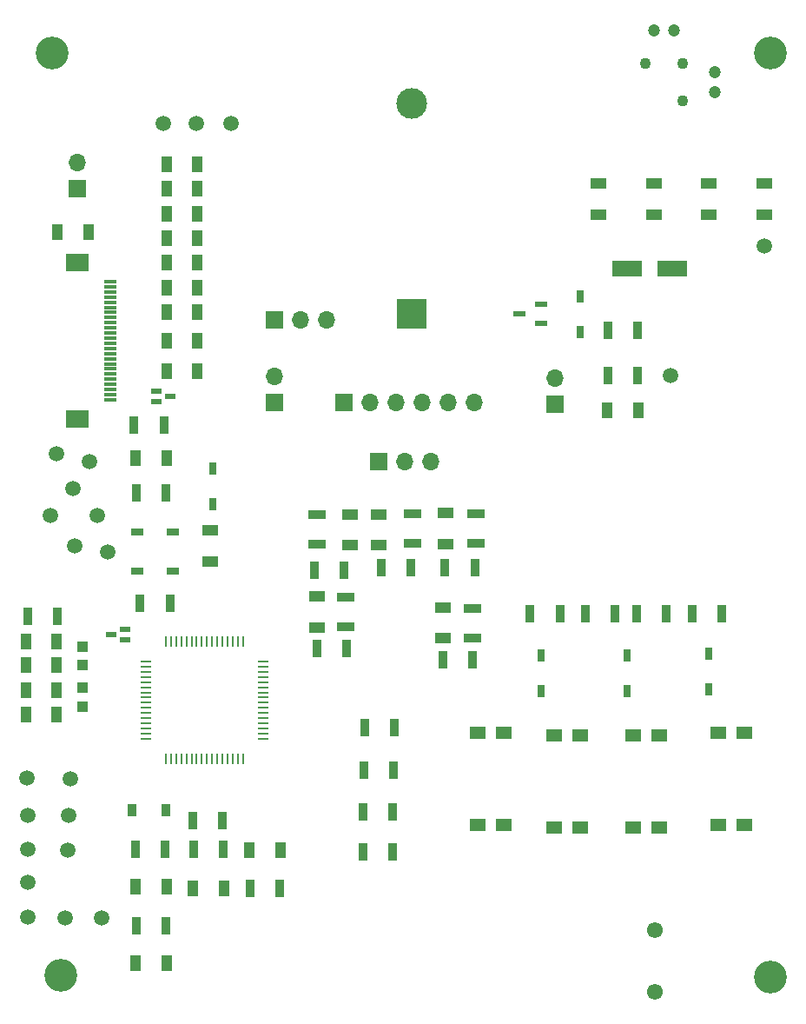
<source format=gbr>
G04 #@! TF.FileFunction,Soldermask,Top*
%FSLAX46Y46*%
G04 Gerber Fmt 4.6, Leading zero omitted, Abs format (unit mm)*
G04 Created by KiCad (PCBNEW 4.0.7) date Thu Feb 22 22:50:24 2018*
%MOMM*%
%LPD*%
G01*
G04 APERTURE LIST*
%ADD10C,0.100000*%
%ADD11C,3.200000*%
%ADD12C,3.000000*%
%ADD13R,3.000000X3.000000*%
%ADD14R,1.000000X1.600000*%
%ADD15R,3.000000X1.600000*%
%ADD16C,1.100000*%
%ADD17R,1.500000X1.300000*%
%ADD18R,1.300000X0.300000*%
%ADD19R,2.200000X1.800000*%
%ADD20R,1.300000X0.600000*%
%ADD21C,1.500000*%
%ADD22R,1.000000X0.250000*%
%ADD23R,0.250000X1.000000*%
%ADD24R,1.100000X1.050000*%
%ADD25R,0.800000X1.150000*%
%ADD26R,1.150000X0.800000*%
%ADD27C,1.550000*%
%ADD28R,1.100000X0.500000*%
%ADD29R,0.900000X1.700000*%
%ADD30R,1.600000X1.000000*%
%ADD31R,1.700000X0.900000*%
%ADD32R,1.700000X1.700000*%
%ADD33O,1.700000X1.700000*%
%ADD34C,1.200000*%
%ADD35R,0.900000X1.200000*%
G04 APERTURE END LIST*
D10*
D11*
X118200000Y-116600000D03*
X49000000Y-116400000D03*
X118200000Y-26600000D03*
D12*
X83200000Y-31510000D03*
D13*
X83200000Y-52000000D03*
D14*
X56300000Y-115200000D03*
X59300000Y-115200000D03*
X59300000Y-107800000D03*
X56300000Y-107800000D03*
X64900000Y-107900000D03*
X61900000Y-107900000D03*
X70400000Y-104200000D03*
X67400000Y-104200000D03*
D15*
X104200000Y-47600000D03*
X108600000Y-47600000D03*
D16*
X106003950Y-27603950D03*
X109596050Y-27603950D03*
X109596050Y-31196050D03*
D17*
X89630000Y-101800000D03*
X92170000Y-101800000D03*
X92170000Y-92800000D03*
X89630000Y-92800000D03*
X97130000Y-102000000D03*
X99670000Y-102000000D03*
X99670000Y-93000000D03*
X97130000Y-93000000D03*
D18*
X53850000Y-48850000D03*
X53850000Y-49350000D03*
X53850000Y-49850000D03*
X53850000Y-50350000D03*
X53850000Y-50850000D03*
X53850000Y-51350000D03*
X53850000Y-51850000D03*
X53850000Y-52350000D03*
X53850000Y-52850000D03*
X53850000Y-53350000D03*
X53850000Y-53850000D03*
X53850000Y-54350000D03*
X53850000Y-54850000D03*
X53850000Y-55350000D03*
X53850000Y-55850000D03*
X53850000Y-56350000D03*
X53850000Y-56850000D03*
X53850000Y-57350000D03*
X53850000Y-57850000D03*
X53850000Y-58350000D03*
X53850000Y-58850000D03*
X53850000Y-59350000D03*
X53850000Y-59850000D03*
X53850000Y-60350000D03*
D19*
X50600000Y-46950000D03*
X50600000Y-62250000D03*
D20*
X95850000Y-52950000D03*
X95850000Y-51050000D03*
X93750000Y-52000000D03*
D21*
X59000000Y-33400000D03*
X62200000Y-33400000D03*
X65600000Y-33400000D03*
X45750000Y-107350000D03*
X45750000Y-104150000D03*
X45750000Y-100850000D03*
X49400000Y-110800000D03*
X45750000Y-110750000D03*
X45700000Y-97200000D03*
X117600000Y-45400000D03*
X49800000Y-100800000D03*
X108400000Y-58000000D03*
X49900000Y-97300000D03*
X49700000Y-104200000D03*
X53000000Y-110800000D03*
D22*
X57300000Y-85850000D03*
X57300000Y-86350000D03*
X57300000Y-86850000D03*
X57300000Y-87350000D03*
X57300000Y-87850000D03*
X57300000Y-88350000D03*
X57300000Y-88850000D03*
X57300000Y-89350000D03*
X57300000Y-89850000D03*
X57300000Y-90350000D03*
X57300000Y-90850000D03*
X57300000Y-91350000D03*
X57300000Y-91850000D03*
X57300000Y-92350000D03*
X57300000Y-92850000D03*
X57300000Y-93350000D03*
D23*
X59250000Y-95300000D03*
X59750000Y-95300000D03*
X60250000Y-95300000D03*
X60750000Y-95300000D03*
X61250000Y-95300000D03*
X61750000Y-95300000D03*
X62250000Y-95300000D03*
X62750000Y-95300000D03*
X63250000Y-95300000D03*
X63750000Y-95300000D03*
X64250000Y-95300000D03*
X64750000Y-95300000D03*
X65250000Y-95300000D03*
X65750000Y-95300000D03*
X66250000Y-95300000D03*
X66750000Y-95300000D03*
D22*
X68700000Y-93350000D03*
X68700000Y-92850000D03*
X68700000Y-92350000D03*
X68700000Y-91850000D03*
X68700000Y-91350000D03*
X68700000Y-90850000D03*
X68700000Y-90350000D03*
X68700000Y-89850000D03*
X68700000Y-89350000D03*
X68700000Y-88850000D03*
X68700000Y-88350000D03*
X68700000Y-87850000D03*
X68700000Y-87350000D03*
X68700000Y-86850000D03*
X68700000Y-86350000D03*
X68700000Y-85850000D03*
D23*
X66750000Y-83900000D03*
X66250000Y-83900000D03*
X65750000Y-83900000D03*
X65250000Y-83900000D03*
X64750000Y-83900000D03*
X64250000Y-83900000D03*
X63750000Y-83900000D03*
X63250000Y-83900000D03*
X62750000Y-83900000D03*
X62250000Y-83900000D03*
X61750000Y-83900000D03*
X61250000Y-83900000D03*
X60750000Y-83900000D03*
X60250000Y-83900000D03*
X59750000Y-83900000D03*
X59250000Y-83900000D03*
D24*
X51100000Y-88375000D03*
X51100000Y-90225000D03*
X51100000Y-84375000D03*
X51100000Y-86225000D03*
D25*
X99600000Y-50250000D03*
X99600000Y-53750000D03*
X63800000Y-67050000D03*
X63800000Y-70550000D03*
D26*
X59950000Y-77000000D03*
X56450000Y-77000000D03*
X56450000Y-73200000D03*
X59950000Y-73200000D03*
D25*
X95800000Y-85250000D03*
X95800000Y-88750000D03*
X104200000Y-85250000D03*
X104200000Y-88750000D03*
X112200000Y-85050000D03*
X112200000Y-88550000D03*
D17*
X104830000Y-102000000D03*
X107370000Y-102000000D03*
X107370000Y-93000000D03*
X104830000Y-93000000D03*
X113130000Y-101800000D03*
X115670000Y-101800000D03*
X115670000Y-92800000D03*
X113130000Y-92800000D03*
D27*
X106900000Y-118000000D03*
X106900000Y-112000000D03*
D28*
X58350000Y-59500000D03*
X58350000Y-60500000D03*
X59650000Y-60000000D03*
X55250000Y-83700000D03*
X55250000Y-82700000D03*
X53950000Y-83200000D03*
D29*
X81450000Y-96400000D03*
X78550000Y-96400000D03*
X81550000Y-92300000D03*
X78650000Y-92300000D03*
X100150000Y-81200000D03*
X103050000Y-81200000D03*
X105150000Y-81200000D03*
X108050000Y-81200000D03*
X110550000Y-81200000D03*
X113450000Y-81200000D03*
X94750000Y-81200000D03*
X97650000Y-81200000D03*
D30*
X101400000Y-42300000D03*
X101400000Y-39300000D03*
X106800000Y-42300000D03*
X106800000Y-39300000D03*
X112200000Y-42300000D03*
X112200000Y-39300000D03*
X117600000Y-42300000D03*
X117600000Y-39300000D03*
X74000000Y-79500000D03*
X74000000Y-82500000D03*
D14*
X48700000Y-44000000D03*
X51700000Y-44000000D03*
D30*
X63600000Y-73100000D03*
X63600000Y-76100000D03*
X77200000Y-71500000D03*
X77200000Y-74500000D03*
D14*
X62300000Y-51800000D03*
X59300000Y-51800000D03*
X62300000Y-47000000D03*
X59300000Y-47000000D03*
D30*
X80000000Y-71500000D03*
X80000000Y-74500000D03*
D14*
X62300000Y-42200000D03*
X59300000Y-42200000D03*
X62300000Y-37400000D03*
X59300000Y-37400000D03*
X62300000Y-57600000D03*
X59300000Y-57600000D03*
D30*
X86500000Y-71400000D03*
X86500000Y-74400000D03*
D14*
X56300000Y-66000000D03*
X59300000Y-66000000D03*
X59300000Y-39800000D03*
X62300000Y-39800000D03*
X59300000Y-44600000D03*
X62300000Y-44600000D03*
X59300000Y-49400000D03*
X62300000Y-49400000D03*
X59300000Y-54600000D03*
X62300000Y-54600000D03*
D30*
X86300000Y-80600000D03*
X86300000Y-83600000D03*
D14*
X45600000Y-88600000D03*
X48600000Y-88600000D03*
X45600000Y-91000000D03*
X48600000Y-91000000D03*
X45600000Y-83900000D03*
X48600000Y-83900000D03*
X102300000Y-61400000D03*
X105300000Y-61400000D03*
X45600000Y-86200000D03*
X48600000Y-86200000D03*
D29*
X59250000Y-111600000D03*
X56350000Y-111600000D03*
X59150000Y-104100000D03*
X56250000Y-104100000D03*
X70350000Y-107900000D03*
X67450000Y-107900000D03*
X64850000Y-104100000D03*
X61950000Y-104100000D03*
X61850000Y-101300000D03*
X64750000Y-101300000D03*
X102350000Y-53600000D03*
X105250000Y-53600000D03*
X81350000Y-104400000D03*
X78450000Y-104400000D03*
X81350000Y-100500000D03*
X78450000Y-100500000D03*
D31*
X76800000Y-79550000D03*
X76800000Y-82450000D03*
D29*
X76850000Y-84600000D03*
X73950000Y-84600000D03*
X59250000Y-69400000D03*
X56350000Y-69400000D03*
X59050000Y-62800000D03*
X56150000Y-62800000D03*
D31*
X74000000Y-71550000D03*
X74000000Y-74450000D03*
D29*
X73735001Y-76975000D03*
X76635001Y-76975000D03*
X45750000Y-81400000D03*
X48650000Y-81400000D03*
D31*
X83300000Y-71450000D03*
X83300000Y-74350000D03*
D29*
X83150000Y-76700000D03*
X80250000Y-76700000D03*
D31*
X89500000Y-71450000D03*
X89500000Y-74350000D03*
D29*
X89350000Y-76700000D03*
X86450000Y-76700000D03*
D31*
X89100000Y-80650000D03*
X89100000Y-83550000D03*
D29*
X89150000Y-85700000D03*
X86250000Y-85700000D03*
X105250000Y-58000000D03*
X102350000Y-58000000D03*
D32*
X76600000Y-60600000D03*
D33*
X79140000Y-60600000D03*
X81680000Y-60600000D03*
X84220000Y-60600000D03*
X86760000Y-60600000D03*
X89300000Y-60600000D03*
D32*
X80000000Y-66400000D03*
D33*
X82540000Y-66400000D03*
X85080000Y-66400000D03*
D32*
X97200000Y-60800000D03*
D33*
X97200000Y-58260000D03*
D32*
X69800000Y-60600000D03*
D33*
X69800000Y-58060000D03*
D32*
X69800000Y-52600000D03*
D33*
X72340000Y-52600000D03*
X74880000Y-52600000D03*
D32*
X50600000Y-39800000D03*
D33*
X50600000Y-37260000D03*
D34*
X106800000Y-24400000D03*
X108800000Y-24400000D03*
X112800000Y-28400000D03*
X112800000Y-30400000D03*
D35*
X55950000Y-100300000D03*
X59250000Y-100300000D03*
D11*
X48200000Y-26600000D03*
D29*
X56750000Y-80200000D03*
X59650000Y-80200000D03*
D21*
X50400000Y-74600000D03*
X50200000Y-69000000D03*
X48000000Y-71600000D03*
X52600000Y-71600000D03*
X48600000Y-65600000D03*
X53600000Y-75200000D03*
X51800000Y-66400000D03*
M02*

</source>
